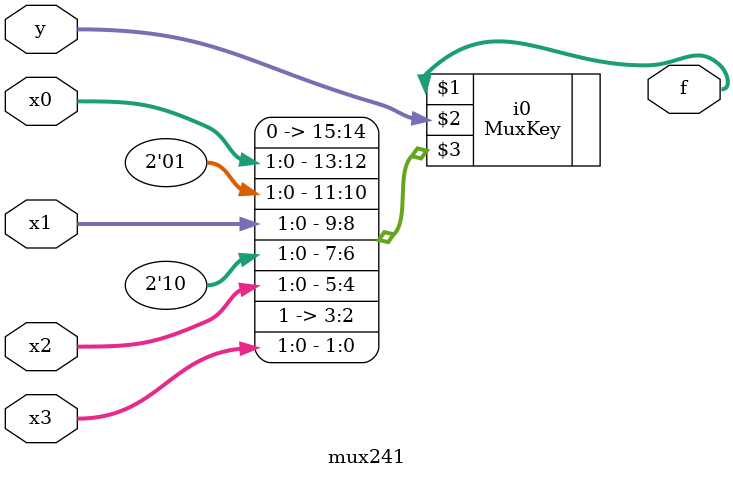
<source format=v>
module mux241(
    input [1:0] x0,x1,x2,x3,
    input [1:0] y,
    output [1:0] f
);
    MuxKey #(4,2,2) i0(f, y, {
        2'b00, x0,
        2'b01, x1,
        2'b10, x2,
        2'b11, x3
    });
endmodule

</source>
